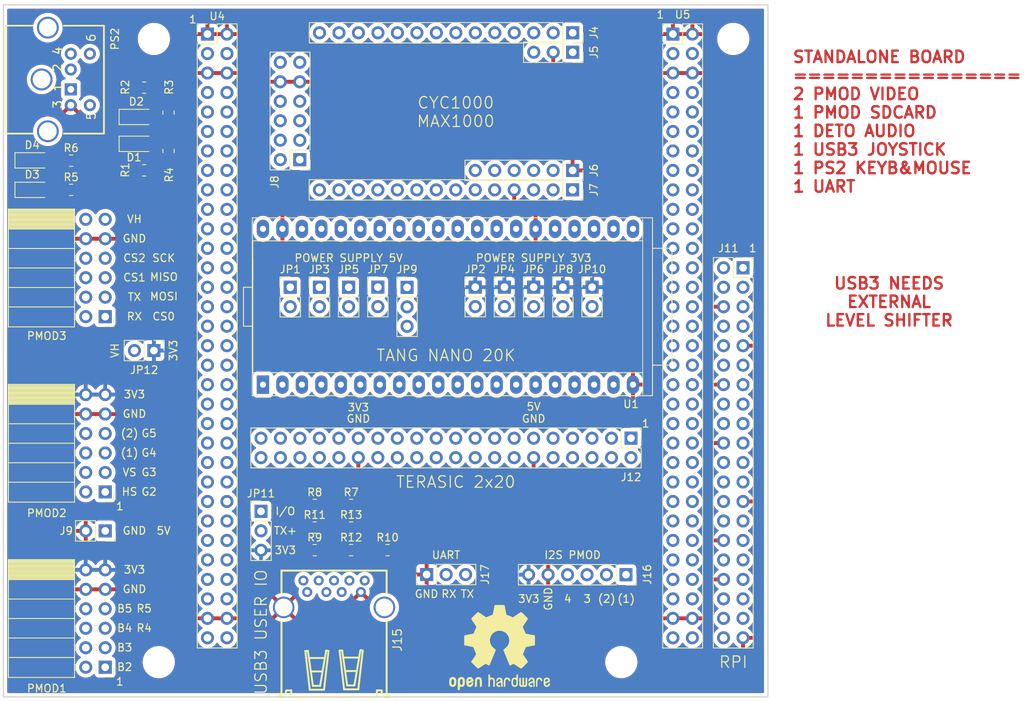
<source format=kicad_pcb>
(kicad_pcb (version 20211014) (generator pcbnew)
  (layers (0 "F.Cu" signal) (31 "B.Cu" signal) (34 "B.Paste" user) (35 "F.Paste" user) (36 "B.SilkS" user "B.Silkscreen") (37 "F.SilkS" user "F.Silkscreen") (38 "B.Mask" user) (39 "F.Mask" user) (44 "Edge.Cuts" user))
  (net 0 "")
  (net 1 "GND")
  (net 2 "+3V3")
  (net 3 "+5V")
  (net 4 "/DETO5")
  (net 5 "/DETO6")
  (net 6 "/USER_IO2")
  (net 7 "/TCK")
  (net 8 "/TDO")
  (net 10 "/FPGA_Tx")
  (net 11 "/TDI")
  (net 12 "/TMS")
  (net 13 "/5VcycOUT")
  (net 14 "Net-(J14-Pad2)")
  (net 15 "Net-(J14-Pad6)")
  (net 16 "/5VcycIN")
  (net 17 "/3V3cy")
  (net 18 "/USER_IO4")
  (net 19 "/USER_IO1")
  (net 21 "/USER_IO0")
  (net 22 "/3V3pi")
  (net 23 "/5Vpi")
  (net 27 "/5Vmi")
  (net 28 "/3V3mi")
  (net 29 "/5Vpo")
  (net 30 "/3V3po")
  (net 31 "/5Vta")
  (net 32 "/3V3ta")
  (net 40 "/VH_PMOD")
  (net 41 "Net-(J14-Pad5)")
  (net 42 "Net-(J14-Pad1)")
  (net 43 "/DETO1")
  (net 44 "/DETO2")
  (net 49 "/DETO4")
  (net 50 "/TX+")
  (net 51 "/TX-")
  (net 52 "/DRAIN")
  (net 53 "/RX+")
  (net 54 "/RX-")
  (net 55 "/D+")
  (net 56 "/D-")
  (net 57 "/TX+b")
  (net 78 "/RGB_R2")
  (net 79 "/RGB_R3")
  (net 80 "/RGB_R4")
  (net 81 "/RGB_R5")
  (net 82 "/RGB_B2")
  (net 83 "/RGB_B3")
  (net 84 "/RGB_B4")
  (net 85 "/RGB_B5")
  (net 86 "/RGB_G2")
  (net 87 "/RGB_G3")
  (net 88 "/RGB_G4")
  (net 89 "/RGB_G5")
  (net 90 "/HSYNC")
  (net 91 "/VSYNC")
  (net 92 "/DETO3")
  (net 93 "/SCK")
  (net 94 "/MOSI")
  (net 95 "/MISO")
  (net 96 "/LED_Y")
  (net 110 "/SS2_FPGA")
  (net 123 "/I2S_DIN")
  (net 124 "/I2S_BCK")
  (net 125 "/AUDIO_IN")
  (net 126 "/I2S_LRCK")
  (footprint "footprints:DINC_MIN_TM_6_1PRIMARY" (layer "F.Cu") (at 41.6147 47.829331 90)
    (fp_text reference "J14" hide)
    (fp_text value "DINC_MIN_TM_6_1" hide)
    (fp_text user "1" (at -1.648028 7.445171 90) (layer "F.SilkS") (effects (font (size 1.1176 1.1176) (thickness 0.1524)) (justify left bottom)))
    (fp_text user "5" (at -5.394528 11.827078 90) (layer "F.SilkS") (effects (font (size 1.1176 1.1176) (thickness 0.1524)) (justify left bottom)))
    (fp_text user "3" (at -3.870528 7.445171 90) (layer "F.SilkS") (effects (font (size 1.1176 1.1176) (thickness 0.1524)) (justify left bottom)))
    (fp_text user "6" (at 4.800168 11.824537 90) (layer "F.SilkS") (effects (font (size 1.1176 1.1176) (thickness 0.1524)) (justify left bottom)))
    (fp_text user "4" (at 3.114471 7.445171 90) (layer "F.SilkS") (effects (font (size 1.1176 1.1176) (thickness 0.1524)) (justify left bottom)))
    (fp_text user "1" (at -1.648028 7.445171 90) (layer "F.SilkS") (effects (font (size 1.1176 1.1176) (thickness 0.1524)) (justify left bottom)))
    (fp_text user "2" (at 0.891971 7.445171 90) (layer "F.SilkS") (effects (font (size 1.1176 1.1176) (thickness 0.1524)) (justify left bottom)))
    (fp_text user "3" (at -3.870528 7.445171 90) (layer "F.SilkS") (effects (font (size 1.1176 1.1176) (thickness 0.1524)) (justify left bottom)))
    (fp_text user "2" (at 0.891971 7.445171 90) (layer "F.SilkS") (effects (font (size 1.1176 1.1176) (thickness 0.1524)) (justify left bottom)))
    (fp_text user "4" (at 3.114471 7.445171 90) (layer "F.SilkS") (effects (font (size 1.1176 1.1176) (thickness 0.1524)) (justify left bottom)))
    (pad "1" thru_hole rect (at -1.2954 8.509 90) (size 1.5748 1.5748) (drill 0.889) (layers *.Cu *.Mask) (net 42 "Net-(J14-Pad1)"))
    (pad "2" thru_hole circle (at 1.2954 8.509 90) (size 1.5748 1.5748) (drill 0.889) (layers *.Cu *.Mask) (net 14 "Net-(J14-Pad2)"))
    (pad "3" thru_hole circle (at -3.3528 8.509 90) (size 1.5748 1.5748) (drill 0.889) (layers *.Cu *.Mask) (net 1 "GND"))
    (pad "4" thru_hole circle (at 3.3528 8.509 90) (size 1.5748 1.5748) (drill 0.889) (layers *.Cu *.Mask) (net 3 "+5V"))
    (pad "5" thru_hole circle (at -3.3528 10.9982 90) (size 1.5748 1.5748) (drill 0.889) (layers *.Cu *.Mask) (net 41 "Net-(J14-Pad5)"))
    (pad "6" thru_hole circle (at 3.3528 10.9982 90) (size 1.5748 1.5748) (drill 0.889) (layers *.Cu *.Mask) (net 15 "Net-(J14-Pad6)"))
    (pad "7" thru_hole circle (at -6.7564 5.5118 90) (size 2.8448 2.8448) (drill 2.3114) (layers *.Cu *.Mask))
    (pad "8" thru_hole circle (at 0 4.699 90) (size 2.8448 2.8448) (drill 2.3114) (layers *.Cu *.Mask))
    (pad "9" thru_hole circle (at 6.7564 5.5118 90) (size 2.8448 2.8448) (drill 2.3114) (layers *.Cu *.Mask))
  )
  (footprint "footprints:USB-3.0-TH_C69073" (layer "F.Cu") (at 84.455 114.935)
    (fp_text reference "J15" (at 8.255 7.62 90) (layer "F.SilkS") (effects (font (size 1.143 1.143) (thickness 0.152)) (justify left)))
    (fp_text value "USB3_A" hide)
    (pad "1" thru_hole circle (at -3.5 -0.25) (size 1.3 1.3) (drill 0.7) (layers *.Cu *.Paste *.Mask) (net 3 "+5V"))
    (pad "2" thru_hole circle (at -1 -0.25) (size 1.3 1.3) (drill 0.7) (layers *.Cu *.Paste *.Mask) (net 56 "/D-"))
    (pad "3" thru_hole circle (at 1 -0.25) (size 1.3 1.3) (drill 0.7) (layers *.Cu *.Paste *.Mask) (net 55 "/D+"))
    (pad "4" thru_hole circle (at 3.5 -0.25) (size 1.3 1.3) (drill 0.7) (layers *.Cu *.Paste *.Mask) (net 1 "GND"))
    (pad "5" thru_hole circle (at 4 -1.75) (size 1.3 1.3) (drill 0.7) (layers *.Cu *.Paste *.Mask) (net 54 "/RX-"))
    (pad "6" thru_hole circle (at 2 -1.75) (size 1.3 1.3) (drill 0.7) (layers *.Cu *.Paste *.Mask) (net 53 "/RX+"))
    (pad "7" thru_hole circle (at 0 -1.75) (size 1.3 1.3) (drill 0.7) (layers *.Cu *.Paste *.Mask) (net 52 "/DRAIN"))
    (pad "8" thru_hole circle (at -2 -1.75) (size 1.3 1.3) (drill 0.7) (layers *.Cu *.Paste *.Mask) (net 51 "/TX-"))
    (pad "9" thru_hole circle (at -4 -1.75) (size 1.3 1.3) (drill 0.7) (layers *.Cu *.Paste *.Mask) (net 50 "/TX+"))
    (pad "10" thru_hole circle (at -6.57 1.75) (size 2.8 2.8) (drill 2.3) (layers *.Cu *.Paste *.Mask) (net 1 "GND"))
    (pad "11" thru_hole circle (at 6.57 1.75) (size 2.8 2.8) (drill 2.3) (layers *.Cu *.Paste *.Mask))
  )
  (footprint "Resistor_SMD:R_0805_2012Metric_Pad1.20x1.40mm_HandSolder" (layer "F.Cu") (at 81.94 106.27)
    (fp_text reference "R11" (at 0 -1.65) (layer "F.SilkS"))
    (fp_text value "510")
    (pad "1" smd roundrect (at -1 0) (size 1.2 1.4) (layers "F.Cu" "F.Paste" "F.Mask") (roundrect_rratio 0.208333) (net 18 "/USER_IO4"))
    (pad "2" smd roundrect (at 1 0) (size 1.2 1.4) (layers "F.Cu" "F.Paste" "F.Mask") (roundrect_rratio 0.208333) (net 53 "/RX+"))
  )
  (footprint "Resistor_SMD:R_0805_2012Metric_Pad1.20x1.40mm_HandSolder" (layer "F.Cu") (at 91.44 109.22)
    (fp_text reference "R10" (at 0 -1.65) (layer "F.SilkS"))
    (fp_text value "510")
    (pad "1" smd roundrect (at -1 0) (size 1.2 1.4) (layers "F.Cu" "F.Paste" "F.Mask") (roundrect_rratio 0.208333) (net 4 "/DETO5"))
    (pad "2" smd roundrect (at 1 0) (size 1.2 1.4) (layers "F.Cu" "F.Paste" "F.Mask") (roundrect_rratio 0.208333) (net 54 "/RX-"))
  )
  (footprint "Connector_PinSocket_2.54mm:PinSocket_1x02_P2.54mm_Vertical" (layer "F.Cu") (at 54.61 106.705 -90)
    (fp_text reference "J9" (at 0 5.08 180) (layer "F.SilkS"))
    (fp_text value "Conn_01x02" hide)
    (pad "1" thru_hole rect (at 0 0 270) (size 1.7 1.7) (drill 1) (layers *.Cu *.Mask) (net 3 "+5V"))
    (pad "2" thru_hole oval (at 0 2.54 270) (size 1.7 1.7) (drill 1) (layers *.Cu *.Mask) (net 1 "GND"))
  )
  (footprint "Connector_PinHeader_2.54mm:PinHeader_1x03_P2.54mm_Vertical" (layer "F.Cu") (at 74.93 104.155)
    (fp_text reference "JP11" (at 0 -2.33) (layer "F.SilkS"))
    (fp_text value "Conn_01x03" hide)
    (pad "1" thru_hole rect (at 0 0) (size 1.7 1.7) (drill 1) (layers *.Cu *.Mask) (net 57 "/TX+b"))
    (pad "2" thru_hole oval (at 0 2.54) (size 1.7 1.7) (drill 1) (layers *.Cu *.Mask) (net 50 "/TX+"))
    (pad "3" thru_hole oval (at 0 5.08) (size 1.7 1.7) (drill 1) (layers *.Cu *.Mask) (net 2 "+3V3"))
  )
  (footprint "Connector_PinHeader_2.54mm:PinHeader_1x02_P2.54mm_Vertical" (layer "F.Cu") (at 86.36 74.93)
    (fp_text reference "JP5" (at 0 -2.33) (layer "F.SilkS"))
    (fp_text value "Conn_01x02" hide)
    (pad "1" thru_hole rect (at 0 0) (size 1.7 1.7) (drill 1) (layers *.Cu *.Mask) (net 3 "+5V"))
    (pad "2" thru_hole oval (at 0 2.54) (size 1.7 1.7) (drill 1) (layers *.Cu *.Mask) (net 27 "/5Vmi"))
  )
  (footprint "Diode_SMD:D_SOD-123" (layer "F.Cu") (at 58.674 56.226)
    (fp_text reference "D1" (at -0.306 1.763331) (layer "F.SilkS"))
    (fp_text value "BZT52C3V9" hide)
    (pad "1" smd rect (at -1.65 0) (size 0.9 1.2) (layers "F.Cu" "F.Paste" "F.Mask") (net 4 "/DETO5"))
    (pad "2" smd rect (at 1.65 0) (size 0.9 1.2) (layers "F.Cu" "F.Paste" "F.Mask") (net 1 "GND"))
  )
  (footprint "Connector_PinSocket_2.54mm:PinSocket_1x06_P2.54mm_Vertical" (layer "F.Cu") (at 122.53 112.42 -90)
    (fp_text reference "J16" (at -0.025 -2.77 90) (layer "F.SilkS"))
    (fp_text value "Conn_01x06" hide)
    (pad "1" thru_hole rect (at 0 0 270) (size 1.7 1.7) (drill 1) (layers *.Cu *.Mask) (net 125 "/AUDIO_IN"))
    (pad "2" thru_hole oval (at 0 2.54 270) (size 1.7 1.7) (drill 1) (layers *.Cu *.Mask) (net 124 "/I2S_BCK"))
    (pad "3" thru_hole oval (at 0 5.08 270) (size 1.7 1.7) (drill 1) (layers *.Cu *.Mask) (net 123 "/I2S_DIN"))
    (pad "4" thru_hole oval (at 0 7.62 270) (size 1.7 1.7) (drill 1) (layers *.Cu *.Mask) (net 126 "/I2S_LRCK"))
    (pad "5" thru_hole oval (at 0 10.16 270) (size 1.7 1.7) (drill 1) (layers *.Cu *.Mask) (net 1 "GND"))
    (pad "6" thru_hole oval (at 0 12.7 270) (size 1.7 1.7) (drill 1) (layers *.Cu *.Mask) (net 2 "+3V3"))
  )
  (footprint "Resistor_SMD:R_0805_2012Metric_Pad1.20x1.40mm_HandSolder" (layer "F.Cu") (at 59.69 48.895)
    (fp_text reference "R2" (at -2.465 -0.049669 90) (layer "F.SilkS"))
    (fp_text value "510")
    (pad "1" smd roundrect (at -1 0) (size 1.2 1.4) (layers "F.Cu" "F.Paste" "F.Mask") (roundrect_rratio 0.208333) (net 5 "/DETO6"))
    (pad "2" smd roundrect (at 1 0) (size 1.2 1.4) (layers "F.Cu" "F.Paste" "F.Mask") (roundrect_rratio 0.208333) (net 42 "Net-(J14-Pad1)"))
  )
  (footprint "Connector_PinHeader_2.54mm:PinHeader_1x03_P2.54mm_Vertical" (layer "F.Cu") (at 93.98 74.945)
    (fp_text reference "JP9" (at 0 -2.33) (layer "F.SilkS"))
    (fp_text value "Conn_01x03" hide)
    (pad "1" thru_hole rect (at 0 0) (size 1.7 1.7) (drill 1) (layers *.Cu *.Mask) (net 16 "/5VcycIN"))
    (pad "2" thru_hole oval (at 0 2.54) (size 1.7 1.7) (drill 1) (layers *.Cu *.Mask) (net 3 "+5V"))
    (pad "3" thru_hole oval (at 0 5.08) (size 1.7 1.7) (drill 1) (layers *.Cu *.Mask) (net 13 "/5VcycOUT"))
  )
  (footprint "footprints:Pmod_2x06_P2.54mm_Vertical_2" (layer "F.Cu") (at 79.9846 58.2917 180)
    (fp_text reference "J8" (at 3.2766 -2.9223 90) (layer "F.SilkS"))
    (fp_text value "Conn_02x06_Counter_Clockwise" hide)
    (pad "1" thru_hole rect (at 0 0 180) (size 1.7 1.7) (drill 1) (layers *.Cu *.Mask) (net 19 "/USER_IO1"))
    (pad "2" thru_hole oval (at 0 2.54 180) (size 1.7 1.7) (drill 1) (layers *.Cu *.Mask) (net 110 "/SS2_FPGA"))
    (pad "3" thru_hole oval (at 0 5.08 180) (size 1.7 1.7) (drill 1) (layers *.Cu *.Mask) (net 94 "/MOSI"))
    (pad "4" thru_hole oval (at 0 7.62 180) (size 1.7 1.7) (drill 1) (layers *.Cu *.Mask) (net 21 "/USER_IO0"))
    (pad "5" thru_hole oval (at 0 10.16 180) (size 1.7 1.7) (drill 1) (layers *.Cu *.Mask) (net 1 "GND"))
    (pad "6" thru_hole oval (at 0 12.7 180) (size 1.7 1.7) (drill 1) (layers *.Cu *.Mask) (net 17 "/3V3cy"))
    (pad "7" thru_hole oval (at 2.54 0 180) (size 1.7 1.7) (drill 1) (layers *.Cu *.Mask) (net 43 "/DETO1"))
    (pad "8" thru_hole oval (at 2.54 2.54 180) (size 1.7 1.7) (drill 1) (layers *.Cu *.Mask) (net 44 "/DETO2"))
    (pad "9" thru_hole oval (at 2.54 5.08 180) (size 1.7 1.7) (drill 1) (layers *.Cu *.Mask) (net 92 "/DETO3"))
    (pad "10" thru_hole oval (at 2.54 7.62 180) (size 1.7 1.7) (drill 1) (layers *.Cu *.Mask) (net 49 "/DETO4"))
    (pad "11" thru_hole oval (at 2.54 10.16 180) (size 1.7 1.7) (drill 1) (layers *.Cu *.Mask) (net 1 "GND"))
    (pad "12" thru_hole oval (at 2.54 12.7 180) (size 1.7 1.7) (drill 1) (layers *.Cu *.Mask) (net 17 "/3V3cy"))
  )
  (footprint "Connector_PinSocket_2.54mm:PinSocket_1x03_P2.54mm_Vertical" (layer "F.Cu") (at 115.5801 44.2797 -90)
    (fp_text reference "J5" (at 0 -2.77 -90) (layer "F.SilkS"))
    (fp_text value "Conn_01x03" hide)
    (pad "1" thru_hole rect (at 0 0 270) (size 1.7 1.7) (drill 1) (layers *.Cu *.Mask) (net 87 "/RGB_G3"))
    (pad "2" thru_hole oval (at 0 2.54 270) (size 1.7 1.7) (drill 1) (layers *.Cu *.Mask) (net 1 "GND"))
    (pad "3" thru_hole oval (at 0 5.08 270) (size 1.7 1.7) (drill 1) (layers *.Cu *.Mask) (net 6 "/USER_IO2"))
  )
  (footprint "Connector_PinHeader_2.54mm:PinHeader_1x02_P2.54mm_Vertical" (layer "F.Cu") (at 102.87 74.915)
    (fp_text reference "JP2" (at 0 -2.33) (layer "F.SilkS"))
    (fp_text value "Conn_01x02" hide)
    (pad "1" thru_hole rect (at 0 0) (size 1.7 1.7) (drill 1) (layers *.Cu *.Mask) (net 2 "+3V3"))
    (pad "2" thru_hole oval (at 0 2.54) (size 1.7 1.7) (drill 1) (layers *.Cu *.Mask) (net 30 "/3V3po"))
  )
  (footprint "Connector_PinHeader_2.54mm:PinHeader_1x02_P2.54mm_Vertical" (layer "F.Cu") (at 90.17 74.915)
    (fp_text reference "JP7" (at 0 -2.33) (layer "F.SilkS"))
    (fp_text value "Conn_01x02" hide)
    (pad "1" thru_hole rect (at 0 0) (size 1.7 1.7) (drill 1) (layers *.Cu *.Mask) (net 3 "+5V"))
    (pad "2" thru_hole oval (at 0 2.54) (size 1.7 1.7) (drill 1) (layers *.Cu *.Mask) (net 31 "/5Vta"))
  )
  (footprint "footprints:PMOD_Female_Horizontal_2" (layer "F.Cu") (at 54.61 66.065)
    (fp_text reference "J13" hide)
    (fp_text value "PMOD3" hide)
    (pad "1" thru_hole rect (at 0 12.7) (size 1.7 1.7) (drill 1) (layers *.Cu *.Mask) (net 110 "/SS2_FPGA"))
    (pad "2" thru_hole oval (at 0 10.16) (size 1.7 1.7) (drill 1) (layers *.Cu *.Mask) (net 94 "/MOSI"))
    (pad "3" thru_hole oval (at 0 7.62) (size 1.7 1.7) (drill 1) (layers *.Cu *.Mask) (net 95 "/MISO"))
    (pad "4" thru_hole oval (at 0 5.08) (size 1.7 1.7) (drill 1) (layers *.Cu *.Mask) (net 93 "/SCK"))
    (pad "5" thru_hole oval (at 0 2.54) (size 1.7 1.7) (drill 1) (layers *.Cu *.Mask) (net 1 "GND"))
    (pad "6" thru_hole oval (at 0 0) (size 1.7 1.7) (drill 1) (layers *.Cu *.Mask) (net 40 "/VH_PMOD"))
    (pad "7" thru_hole oval (at -2.54 12.7) (size 1.7 1.7) (drill 1) (layers *.Cu *.Mask) (net 43 "/DETO1"))
    (pad "8" thru_hole oval (at -2.54 10.16) (size 1.7 1.7) (drill 1) (layers *.Cu *.Mask) (net 44 "/DETO2"))
    (pad "9" thru_hole oval (at -2.54 7.62) (size 1.7 1.7) (drill 1) (layers *.Cu *.Mask) (net 92 "/DETO3"))
    (pad "10" thru_hole oval (at -2.54 5.08) (size 1.7 1.7) (drill 1) (layers *.Cu *.Mask) (net 49 "/DETO4"))
    (pad "11" thru_hole oval (at -2.54 2.54) (size 1.7 1.7) (drill 1) (layers *.Cu *.Mask) (net 1 "GND"))
    (pad "12" thru_hole oval (at -2.54 0) (size 1.7 1.7) (drill 1) (layers *.Cu *.Mask) (net 40 "/VH_PMOD"))
  )
  (footprint "Connector_PinHeader_2.54mm:PinHeader_1x02_P2.54mm_Vertical" (layer "F.Cu") (at 110.49 74.915)
    (fp_text reference "JP6" (at 0 -2.33) (layer "F.SilkS"))
    (fp_text value "Conn_01x02" hide)
    (pad "1" thru_hole rect (at 0 0) (size 1.7 1.7) (drill 1) (layers *.Cu *.Mask) (net 2 "+3V3"))
    (pad "2" thru_hole oval (at 0 2.54) (size 1.7 1.7) (drill 1) (layers *.Cu *.Mask) (net 28 "/3V3mi"))
  )
  (footprint "MountingHole:MountingHole_3.2mm_M3" (layer "F.Cu") (at 136.525 42.545)
    (fp_text reference "H4" hide)
    (fp_text value "MountingHole" hide)
    (pad "" np_thru_hole circle (at 0 0) (size 3.2 3.2) (drill 3.2) (layers *.Cu *.Mask))
  )
  (footprint "Resistor_SMD:R_0805_2012Metric_Pad1.20x1.40mm_HandSolder" (layer "F.Cu") (at 59.69 59.69)
    (fp_text reference "R1" (at -2.465 -0.049669 90) (layer "F.SilkS"))
    (fp_text value "510")
    (pad "1" smd roundrect (at -1 0) (size 1.2 1.4) (layers "F.Cu" "F.Paste" "F.Mask") (roundrect_rratio 0.208333) (net 4 "/DETO5"))
    (pad "2" smd roundrect (at 1 0) (size 1.2 1.4) (layers "F.Cu" "F.Paste" "F.Mask") (roundrect_rratio 0.208333) (net 41 "Net-(J14-Pad5)"))
  )
  (footprint "Connector_PinHeader_2.54mm:PinHeader_1x02_P2.54mm_Vertical" (layer "F.Cu") (at 106.68 74.915)
    (fp_text reference "JP4" (at 0 -2.33) (layer "F.SilkS"))
    (fp_text value "Conn_01x02" hide)
    (pad "1" thru_hole rect (at 0 0) (size 1.7 1.7) (drill 1) (layers *.Cu *.Mask) (net 2 "+3V3"))
    (pad "2" thru_hole oval (at 0 2.54) (size 1.7 1.7) (drill 1) (layers *.Cu *.Mask) (net 22 "/3V3pi"))
  )
  (footprint "Connector_PinHeader_2.54mm:PinHeader_1x02_P2.54mm_Vertical" (layer "F.Cu") (at 118.11 74.915)
    (fp_text reference "JP10" (at 0 -2.33) (layer "F.SilkS"))
    (fp_text value "Conn_01x02" hide)
    (pad "1" thru_hole rect (at 0 0) (size 1.7 1.7) (drill 1) (layers *.Cu *.Mask) (net 2 "+3V3"))
    (pad "2" thru_hole oval (at 0 2.54) (size 1.7 1.7) (drill 1) (layers *.Cu *.Mask) (net 17 "/3V3cy"))
  )
  (footprint "Connector_PinHeader_2.54mm:PinHeader_1x02_P2.54mm_Vertical" (layer "F.Cu") (at 114.3 74.915)
    (fp_text reference "JP8" (at 0 -2.33) (layer "F.SilkS"))
    (fp_text value "Conn_01x02" hide)
    (pad "1" thru_hole rect (at 0 0) (size 1.7 1.7) (drill 1) (layers *.Cu *.Mask) (net 2 "+3V3"))
    (pad "2" thru_hole oval (at 0 2.54) (size 1.7 1.7) (drill 1) (layers *.Cu *.Mask) (net 32 "/3V3ta"))
  )
  (footprint "Connector_PinHeader_2.54mm:PinHeader_1x02_P2.54mm_Vertical" (layer "F.Cu") (at 60.96 83.185 -90)
    (fp_text reference "JP12" (at 2.54 1.27) (layer "F.SilkS"))
    (fp_text value "Conn_01x02" hide)
    (pad "1" thru_hole rect (at 0 0 270) (size 1.7 1.7) (drill 1) (layers *.Cu *.Mask) (net 2 "+3V3"))
    (pad "2" thru_hole oval (at 0 2.54 270) (size 1.7 1.7) (drill 1) (layers *.Cu *.Mask) (net 40 "/VH_PMOD"))
  )
  (footprint "Connector_PinHeader_2.54mm:PinHeader_2x32_P2.54mm_Vertical" (layer "F.Cu") (at 128.65 41.91)
    (fp_text reference "U5" (at 1.27 -2.54) (layer "F.SilkS"))
    (fp_text value "Conn_02x32_Odd_Even" hide)
    (pad "1" thru_hole rect locked (at 0 0) (size 1.7 1.7) (drill 1) (layers *.Cu *.Mask) (net 1 "GND"))
    (pad "2" thru_hole oval locked (at 2.54 0) (size 1.7 1.7) (drill 1) (layers *.Cu *.Mask) (net 1 "GND"))
    (pad "3" thru_hole oval locked (at 0 2.54) (size 1.7 1.7) (drill 1) (layers *.Cu *.Mask) (net 30 "/3V3po"))
    (pad "4" thru_hole oval locked (at 2.54 2.54) (size 1.7 1.7) (drill 1) (layers *.Cu *.Mask) (net 30 "/3V3po"))
    (pad "5" thru_hole oval locked (at 0 5.08) (size 1.7 1.7) (drill 1) (layers *.Cu *.Mask) (net 1 "GND"))
    (pad "6" thru_hole oval locked (at 2.54 5.08) (size 1.7 1.7) (drill 1) (layers *.Cu *.Mask) (net 1 "GND"))
    (pad "7" thru_hole oval locked (at 0 7.62) (size 1.7 1.7) (drill 1) (layers *.Cu *.Mask) (net 83 "/RGB_B3"))
    (pad "8" thru_hole oval locked (at 2.54 7.62) (size 1.7 1.7) (drill 1) (layers *.Cu *.Mask) (net 84 "/RGB_B4"))
    (pad "9" thru_hole oval locked (at 0 10.16) (size 1.7 1.7) (drill 1) (layers *.Cu *.Mask) (net 87 "/RGB_G3"))
    (pad "10" thru_hole oval locked (at 2.54 10.16) (size 1.7 1.7) (drill 1) (layers *.Cu *.Mask) (net 88 "/RGB_G4"))
    (pad "11" thru_hole oval locked (at 0 12.7) (size 1.7 1.7) (drill 1) (layers *.Cu *.Mask) (net 79 "/RGB_R3"))
    (pad "12" thru_hole oval locked (at 2.54 12.7) (size 1.7 1.7) (drill 1) (layers *.Cu *.Mask) (net 80 "/RGB_R4"))
    (pad "13" thru_hole oval locked (at 0 15.24) (size 1.7 1.7) (drill 1) (layers *.Cu *.Mask) (net 82 "/RGB_B2"))
    (pad "14" thru_hole oval locked (at 2.54 15.24) (size 1.7 1.7) (drill 1) (layers *.Cu *.Mask) (net 85 "/RGB_B5"))
    (pad "15" thru_hole oval locked (at 0 17.78) (size 1.7 1.7) (drill 1) (layers *.Cu *.Mask) (net 86 "/RGB_G2"))
    (pad "16" thru_hole oval locked (at 2.54 17.78) (size 1.7 1.7) (drill 1) (layers *.Cu *.Mask) (net 89 "/RGB_G5"))
    (pad "17" thru_hole oval locked (at 0 20.32) (size 1.7 1.7) (drill 1) (layers *.Cu *.Mask) (net 78 "/RGB_R2"))
    (pad "18" thru_hole oval locked (at 2.54 20.32) (size 1.7 1.7) (drill 1) (layers *.Cu *.Mask) (net 81 "/RGB_R5"))
    (pad "19" thru_hole oval locked (at 0 22.86) (size 1.7 1.7) (drill 1) (layers *.Cu *.Mask))
    (pad "20" thru_hole oval locked (at 2.54 22.86) (size 1.7 1.7) (drill 1) (layers *.Cu *.Mask))
    (pad "21" thru_hole oval locked (at 0 25.4) (size 1.7 1.7) (drill 1) (layers *.Cu *.Mask))
    (pad "22" thru_hole oval locked (at 2.54 25.4) (size 1.7 1.7) (drill 1) (layers *.Cu *.Mask))
    (pad "23" thru_hole oval locked (at 0 27.94) (size 1.7 1.7) (drill 1) (layers *.Cu *.Mask))
    (pad "24" thru_hole oval locked (at 2.54 27.94) (size 1.7 1.7) (drill 1) (layers *.Cu *.Mask))
    (pad "25" thru_hole oval locked (at 0 30.48) (size 1.7 1.7) (drill 1) (layers *.Cu *.Mask) (net 91 "/VSYNC"))
    (pad "26" thru_hole oval locked (at 2.54 30.48) (size 1.7 1.7) (drill 1) (layers *.Cu *.Mask) (net 90 "/HSYNC"))
    (pad "27" thru_hole oval locked (at 0 33.02) (size 1.7 1.7) (drill 1) (layers *.Cu *.Mask) (net 123 "/I2S_DIN"))
    (pad "28" thru_hole oval locked (at 2.54 33.02) (size 1.7 1.7) (drill 1) (layers *.Cu *.Mask) (net 124 "/I2S_BCK"))
    (pad "29" thru_hole oval locked (at 0 35.56) (size 1.7 1.7) (drill 1) (layers *.Cu *.Mask) (net 125 "/AUDIO_IN"))
    (pad "30" thru_hole oval locked (at 2.54 35.56) (size 1.7 1.7) (drill 1) (layers *.Cu *.Mask) (net 126 "/I2S_LRCK"))
    (pad "31" thru_hole oval locked (at 0 38.1) (size 1.7 1.7) (drill 1) (layers *.Cu *.Mask))
    (pad "32" thru_hole oval locked (at 2.54 38.1) (size 1.7 1.7) (drill 1) (layers *.Cu *.Mask))
    (pad "33" thru_hole oval locked (at 0 40.64) (size 1.7 1.7) (drill 1) (layers *.Cu *.Mask))
    (pad "34" thru_hole oval locked (at 2.54 40.64) (size 1.7 1.7) (drill 1) (layers *.Cu *.Mask))
    (pad "35" thru_hole oval locked (at 0 43.18) (size 1.7 1.7) (drill 1) (layers *.Cu *.Mask))
    (pad "36" thru_hole oval locked (at 2.54 43.18) (size 1.7 1.7) (drill 1) (layers *.Cu *.Mask))
    (pad "37" thru_hole oval locked (at 0 45.72) (size 1.7 1.7) (drill 1) (layers *.Cu *.Mask))
    (pad "38" thru_hole oval locked (at 2.54 45.72) (size 1.7 1.7) (drill 1) (layers *.Cu *.Mask))
    (pad "39" thru_hole oval locked (at 0 48.26) (size 1.7 1.7) (drill 1) (layers *.Cu *.Mask))
    (pad "40" thru_hole oval locked (at 2.54 48.26) (size 1.7 1.7) (drill 1) (layers *.Cu *.Mask))
    (pad "41" thru_hole oval locked (at 0 50.8) (size 1.7 1.7) (drill 1) (layers *.Cu *.Mask))
    (pad "42" thru_hole oval locked (at 2.54 50.8) (size 1.7 1.7) (drill 1) (layers *.Cu *.Mask))
    (pad "43" thru_hole oval locked (at 0 53.34) (size 1.7 1.7) (drill 1) (layers *.Cu *.Mask))
    (pad "44" thru_hole oval locked (at 2.54 53.34) (size 1.7 1.7) (drill 1) (layers *.Cu *.Mask))
    (pad "45" thru_hole oval locked (at 0 55.88) (size 1.7 1.7) (drill 1) (layers *.Cu *.Mask))
    (pad "46" thru_hole oval locked (at 2.54 55.88) (size 1.7 1.7) (drill 1) (layers *.Cu *.Mask))
    (pad "47" thru_hole oval locked (at 0 58.42) (size 1.7 1.7) (drill 1) (layers *.Cu *.Mask))
    (pad "48" thru_hole oval locked (at 2.54 58.42) (size 1.7 1.7) (drill 1) (layers *.Cu *.Mask))
    (pad "49" thru_hole oval locked (at 0 60.96) (size 1.7 1.7) (drill 1) (layers *.Cu *.Mask))
    (pad "50" thru_hole oval locked (at 2.54 60.96) (size 1.7 1.7) (drill 1) (layers *.Cu *.Mask))
    (pad "51" thru_hole oval locked (at 0 63.5) (size 1.7 1.7) (drill 1) (layers *.Cu *.Mask))
    (pad "52" thru_hole oval locked (at 2.54 63.5) (size 1.7 1.7) (drill 1) (layers *.Cu *.Mask))
    (pad "53" thru_hole oval locked (at 0 66.04) (size 1.7 1.7) (drill 1) (layers *.Cu *.Mask))
    (pad "54" thru_hole oval locked (at 2.54 66.04) (size 1.7 1.7) (drill 1) (layers *.Cu *.Mask) (net 12 "/TMS"))
    (pad "55" thru_hole oval locked (at 0 68.58) (size 1.7 1.7) (drill 1) (layers *.Cu *.Mask))
    (pad "56" thru_hole oval locked (at 2.54 68.58) (size 1.7 1.7) (drill 1) (layers *.Cu *.Mask) (net 11 "/TDI"))
    (pad "57" thru_hole oval locked (at 0 71.12) (size 1.7 1.7) (drill 1) (layers *.Cu *.Mask))
    (pad "58" thru_hole oval locked (at 2.54 71.12) (size 1.7 1.7) (drill 1) (layers *.Cu *.Mask) (net 8 "/TDO"))
    (pad "59" thru_hole oval locked (at 0 73.66) (size 1.7 1.7) (drill 1) (layers *.Cu *.Mask))
    (pad "60" thru_hole oval locked (at 2.54 73.66) (size 1.7 1.7) (drill 1) (layers *.Cu *.Mask) (net 7 "/TCK"))
    (pad "61" thru_hole oval locked (at 0 76.2) (size 1.7 1.7) (drill 1) (layers *.Cu *.Mask) (net 1 "GND"))
    (pad "62" thru_hole oval locked (at 2.54 76.2) (size 1.7 1.7) (drill 1) (layers *.Cu *.Mask) (net 1 "GND"))
    (pad "63" thru_hole oval locked (at 0 78.74) (size 1.7 1.7) (drill 1) (layers *.Cu *.Mask) (net 29 "/5Vpo"))
    (pad "64" thru_hole oval locked (at 2.54 78.74) (size 1.7 1.7) (drill 1) (layers *.Cu *.Mask) (net 29 "/5Vpo"))
  )
  (footprint "Resistor_SMD:R_0805_2012Metric_Pad1.20x1.40mm_HandSolder" (layer "F.Cu") (at 81.94 103.32)
    (fp_text reference "R8" (at 0 -1.65) (layer "F.SilkS"))
    (fp_text value "510")
    (pad "1" smd roundrect (at -1 0) (size 1.2 1.4) (layers "F.Cu" "F.Paste" "F.Mask") (roundrect_rratio 0.208333) (net 19 "/USER_IO1"))
    (pad "2" smd roundrect (at 1 0) (size 1.2 1.4) (layers "F.Cu" "F.Paste" "F.Mask") (roundrect_rratio 0.208333) (net 56 "/D-"))
  )
  (footprint "Resistor_SMD:R_0805_2012Metric_Pad1.20x1.40mm_HandSolder" (layer "F.Cu") (at 50.165 58.42)
    (fp_text reference "R6" (at 0 -1.65) (layer "F.SilkS"))
    (fp_text value "510")
    (pad "1" smd roundrect (at -1 0) (size 1.2 1.4) (layers "F.Cu" "F.Paste" "F.Mask") (roundrect_rratio 0.208333) (net 49 "/DETO4"))
    (pad "2" smd roundrect (at 1 0) (size 1.2 1.4) (layers "F.Cu" "F.Paste" "F.Mask") (roundrect_rratio 0.208333) (net 14 "Net-(J14-Pad2)"))
  )
  (footprint "Resistor_SMD:R_0805_2012Metric_Pad1.20x1.40mm_HandSolder" (layer "F.Cu") (at 86.69 106.27)
    (fp_text reference "R13" (at 0 -1.65) (layer "F.SilkS"))
    (fp_text value "510")
    (pad "1" smd roundrect (at -1 0) (size 1.2 1.4) (layers "F.Cu" "F.Paste" "F.Mask") (roundrect_rratio 0.208333) (net 5 "/DETO6"))
    (pad "2" smd roundrect (at 1 0) (size 1.2 1.4) (layers "F.Cu" "F.Paste" "F.Mask") (roundrect_rratio 0.208333) (net 52 "/DRAIN"))
  )
  (footprint "Resistor_SMD:R_0805_2012Metric_Pad1.20x1.40mm_HandSolder" (layer "F.Cu") (at 62.865 57.15 90)
    (fp_text reference "R4" (at -3.125331 0.075 90) (layer "F.SilkS"))
    (fp_text value "DNI 4k7")
    (pad "1" smd roundrect (at -1 0 90) (size 1.2 1.4) (layers "F.Cu" "F.Paste" "F.Mask") (roundrect_rratio 0.208333) (net 41 "Net-(J14-Pad5)"))
    (pad "2" smd roundrect (at 1 0 90) (size 1.2 1.4) (layers "F.Cu" "F.Paste" "F.Mask") (roundrect_rratio 0.208333) (net 1 "GND"))
  )
  (footprint "Diode_SMD:D_SOD-123" (layer "F.Cu") (at 58.674 52.7208)
    (fp_text reference "D2" (at 0 -2) (layer "F.SilkS"))
    (fp_text value "BZT52C3V9" hide)
    (pad "1" smd rect (at -1.65 0) (size 0.9 1.2) (layers "F.Cu" "F.Paste" "F.Mask") (net 5 "/DETO6"))
    (pad "2" smd rect (at 1.65 0) (size 0.9 1.2) (layers "F.Cu" "F.Paste" "F.Mask") (net 1 "GND"))
  )
  (footprint "Resistor_SMD:R_0805_2012Metric_Pad1.20x1.40mm_HandSolder" (layer "F.Cu") (at 86.69 109.22)
    (fp_text reference "R12" (at 0 -1.65) (layer "F.SilkS"))
    (fp_text value "510")
    (pad "1" smd roundrect (at -1 0) (size 1.2 1.4) (layers "F.Cu" "F.Paste" "F.Mask") (roundrect_rratio 0.208333) (net 6 "/USER_IO2"))
    (pad "2" smd roundrect (at 1 0) (size 1.2 1.4) (layers "F.Cu" "F.Paste" "F.Mask") (roundrect_rratio 0.208333) (net 51 "/TX-"))
  )
  (footprint "Connector_PinHeader_2.54mm:PinHeader_1x02_P2.54mm_Vertical" (layer "F.Cu") (at 78.74 74.93)
    (fp_text reference "JP1" (at 0 -2.33) (layer "F.SilkS"))
    (fp_text value "Conn_01x02" hide)
    (pad "1" thru_hole rect (at 0 0) (size 1.7 1.7) (drill 1) (layers *.Cu *.Mask) (net 3 "+5V"))
    (pad "2" thru_hole oval (at 0 2.54) (size 1.7 1.7) (drill 1) (layers *.Cu *.Mask) (net 29 "/5Vpo"))
  )
  (footprint "Resistor_SMD:R_0805_2012Metric_Pad1.20x1.40mm_HandSolder" (layer "F.Cu") (at 86.69 103.32)
    (fp_text reference "R7" (at 0 -1.65) (layer "F.SilkS"))
    (fp_text value "510")
    (pad "1" smd roundrect (at -1 0) (size 1.2 1.4) (layers "F.Cu" "F.Paste" "F.Mask") (roundrect_rratio 0.208333) (net 44 "/DETO2"))
    (pad "2" smd roundrect (at 1 0) (size 1.2 1.4) (layers "F.Cu" "F.Paste" "F.Mask") (roundrect_rratio 0.208333) (net 57 "/TX+b"))
  )
  (footprint "Connector_PinHeader_2.54mm:PinHeader_1x03_P2.54mm_Vertical" (layer "F.Cu") (at 96.535 112.395 90)
    (fp_text reference "J17" (at 0 7.605 90) (layer "F.SilkS"))
    (fp_text value "Conn_01x03" hide)
    (pad "1" thru_hole rect (at 0 0 90) (size 1.7 1.7) (drill 1) (layers *.Cu *.Mask) (net 1 "GND"))
    (pad "2" thru_hole oval (at 0 2.54 90) (size 1.7 1.7) (drill 1) (layers *.Cu *.Mask) (net 43 "/DETO1"))
    (pad "3" thru_hole oval (at 0 5.08 90) (size 1.7 1.7) (drill 1) (layers *.Cu *.Mask) (net 10 "/FPGA_Tx"))
  )
  (footprint "Resistor_SMD:R_0805_2012Metric_Pad1.20x1.40mm_HandSolder" (layer "F.Cu") (at 62.865 52.147331 90)
    (fp_text reference "R3" (at 3.302 0.075 90) (layer "F.SilkS"))
    (fp_text value "DNI 4k7")
    (pad "1" smd roundrect (at -1 0 90) (size 1.2 1.4) (layers "F.Cu" "F.Paste" "F.Mask") (roundrect_rratio 0.208333) (net 42 "Net-(J14-Pad1)"))
    (pad "2" smd roundrect (at 1 0 90) (size 1.2 1.4) (layers "F.Cu" "F.Paste" "F.Mask") (roundrect_rratio 0.208333) (net 1 "GND"))
  )
  (footprint "footprints:PMOD_Female_Horizontal_2" (layer "F.Cu") (at 54.61 88.925)
    (fp_text reference "J10" hide)
    (fp_text value "PMOD2" (at -7.62 15.47 -180) (layer "F.SilkS"))
    (pad "1" thru_hole rect (at 0 12.7) (size 1.7 1.7) (drill 1) (layers *.Cu *.Mask) (net 86 "/RGB_G2"))
    (pad "2" thru_hole oval (at 0 10.16) (size 1.7 1.7) (drill 1) (layers *.Cu *.Mask) (net 87 "/RGB_G3"))
    (pad "3" thru_hole oval (at 0 7.62) (size 1.7 1.7) (drill 1) (layers *.Cu *.Mask) (net 88 "/RGB_G4"))
    (pad "4" thru_hole oval (at 0 5.08) (size 1.7 1.7) (drill 1) (layers *.Cu *.Mask) (net 89 "/RGB_G5"))
    (pad "5" thru_hole oval (at 0 2.54) (size 1.7 1.7) (drill 1) (layers *.Cu *.Mask) (net 1 "GND"))
    (pad "6" thru_hole oval (at 0 0) (size 1.7 1.7) (drill 1) (layers *.Cu *.Mask) (net 2 "+3V3"))
    (pad "7" thru_hole oval (at -2.54 12.7) (size 1.7 1.7) (drill 1) (layers *.Cu *.Mask) (net 90 "/HSYNC"))
    (pad "8" thru_hole oval (at -2.54 10.16) (size 1.7 1.7) (drill 1) (layers *.Cu *.Mask) (net 91 "/VSYNC"))
    (pad "9" thru_hole oval (at -2.54 7.62) (size 1.7 1.7) (drill 1) (layers *.Cu *.Mask) (net 4 "/DETO5"))
    (pad "10" thru_hole oval (at -2.54 5.08) (size 1.7 1.7) (drill 1) (layers *.Cu *.Mask) (net 5 "/DETO6"))
    (pad "11" thru_hole oval (at -2.54 2.54) (size 1.7 1.7) (drill 1) (layers *.Cu *.Mask) (net 1 "GND"))
    (pad "12" thru_hole oval (at -2.54 0) (size 1.7 1.7) (drill 1) (layers *.Cu *.Mask) (net 2 "+3V3"))
  )
  (footprint "Resistor_SMD:R_0805_2012Metric_Pad1.20x1.40mm_HandSolder" (layer "F.Cu") (at 81.94 109.22)
    (fp_text reference "R9" (at 0 -1.65) (layer "F.SilkS"))
    (fp_text value "510")
    (pad "1" smd roundrect (at -1 0) (size 1.2 1.4) (layers "F.Cu" "F.Paste" "F.Mask") (roundrect_rratio 0.208333) (net 21 "/USER_IO0"))
    (pad "2" smd roundrect (at 1 0) (size 1.2 1.4) (layers "F.Cu" "F.Paste" "F.Mask") (roundrect_rratio 0.208333) (net 55 "/D+"))
  )
  (footprint "Connector_PinSocket_2.54mm:PinSocket_1x14_P2.54mm_Vertical" (layer "F.Cu") (at 115.57 62.23 -90)
    (fp_text reference "J7" (at 0 -2.77 -90) (layer "F.SilkS"))
    (fp_text value "Conn_01x14" hide)
    (pad "1" thru_hole rect (at 0 0 270) (size 1.7 1.7) (drill 1) (layers *.Cu *.Mask) (net 13 "/5VcycOUT"))
    (pad "2" thru_hole oval (at 0 2.54 270) (size 1.7 1.7) (drill 1) (layers *.Cu *.Mask) (net 16 "/5VcycIN"))
    (pad "3" thru_hole oval (at 0 5.08 270) (size 1.7 1.7) (drill 1) (layers *.Cu *.Mask) (net 17 "/3V3cy"))
    (pad "4" thru_hole oval (at 0 7.62 270) (size 1.7 1.7) (drill 1) (layers *.Cu *.Mask) (net 1 "GND"))
    (pad "5" thru_hole oval (at 0 10.16 270) (size 1.7 1.7) (drill 1) (layers *.Cu *.Mask))
    (pad "6" thru_hole oval (at 0 12.7 270) (size 1.7 1.7) (drill 1) (layers *.Cu *.Mask) (net 10 "/FPGA_Tx"))
    (pad "7" thru_hole oval (at 0 15.24 270) (size 1.7 1.7) (drill 1) (layers *.Cu *.Mask) (net 84 "/RGB_B4"))
    (pad "8" thru_hole oval (at 0 17.78 270) (size 1.7 1.7) (drill 1) (layers *.Cu *.Mask) (net 18 "/USER_IO4"))
    (pad "9" thru_hole oval (at 0 20.32 270) (size 1.7 1.7) (drill 1) (layers *.Cu *.Mask) (net 126 "/I2S_LRCK"))
    (pad "10" thru_hole oval (at 0 22.86 270) (size 1.7 1.7) (drill 1) (layers *.Cu *.Mask) (net 81 "/RGB_R5"))
    (pad "11" thru_hole oval (at 0 25.4 270) (size 1.7 1.7) (drill 1) (layers *.Cu *.Mask) (net 85 "/RGB_B5"))
    (pad "12" thru_hole oval (at 0 27.94 270) (size 1.7 1.7) (drill 1) (layers *.Cu *.Mask) (net 80 "/RGB_R4"))
    (pad "13" thru_hole oval (at 0 30.48 270) (size 1.7 1.7) (drill 1) (layers *.Cu *.Mask) (net 83 "/RGB_B3"))
    (pad "14" thru_hole oval (at 0 33.02 270) (size 1.7 1.7) (drill 1) (layers *.Cu *.Mask) (net 79 "/RGB_R3"))
  )
  (footprint "Connector_PinHeader_2.54mm:PinHeader_2x20_P2.54mm_Vertical" (layer "F.Cu") (at 123.185 94.615 -90)
    (fp_text reference "J12" (at 5.085 -0.005 180) (layer "F.SilkS"))
    (fp_text value "Conn_02x20_Odd_Even" hide)
    (pad "1" thru_hole rect (at 0 0 270) (size 1.7 1.7) (drill 1) (layers *.Cu *.Mask) (net 4 "/DETO5"))
    (pad "2" thru_hole oval (at 2.54 0 270) (size 1.7 1.7) (drill 1) (layers *.Cu *.Mask) (net 5 "/DETO6"))
    (pad "3" thru_hole oval (at 0 2.54 270) (size 1.7 1.7) (drill 1) (layers *.Cu *.Mask) (net 92 "/DETO3"))
    (pad "4" thru_hole oval (at 2.54 2.54 270) (size 1.7 1.7) (drill 1) (layers *.Cu *.Mask) (net 49 "/DETO4"))
    (pad "5" thru_hole oval (at 0 5.08 270) (size 1.7 1.7) (drill 1) (layers *.Cu *.Mask) (net 43 "/DETO1"))
    (pad "6" thru_hole oval (at 2.54 5.08 270) (size 1.7 1.7) (drill 1) (layers *.Cu *.Mask) (net 10 "/FPGA_Tx"))
    (pad "7" thru_hole oval (at 0 7.62 270) (size 1.7 1.7) (drill 1) (layers *.Cu *.Mask) (net 44 "/DETO2"))
    (pad "8" thru_hole oval (at 2.54 7.62 270) (size 1.7 1.7) (drill 1) (layers *.Cu *.Mask) (net 6 "/USER_IO2"))
    (pad "9" thru_hole oval (at 0 10.16 270) (size 1.7 1.7) (drill 1) (layers *.Cu *.Mask) (net 19 "/USER_IO1"))
    (pad "10" thru_hole oval (at 2.54 10.16 270) (size 1.7 1.7) (drill 1) (layers *.Cu *.Mask) (net 21 "/USER_IO0"))
    (pad "11" thru_hole oval (at 0 12.7 270) (size 1.7 1.7) (drill 1) (layers *.Cu *.Mask) (net 27 "/5Vmi"))
    (pad "12" thru_hole oval (at 2.54 12.7 270) (size 1.7 1.7) (drill 1) (layers *.Cu *.Mask) (net 1 "GND"))
    (pad "13" thru_hole oval (at 0 15.24 270) (size 1.7 1.7) (drill 1) (layers *.Cu *.Mask) (net 4 "/DETO5"))
    (pad "14" thru_hole oval (at 2.54 15.24 270) (size 1.7 1.7) (drill 1) (layers *.Cu *.Mask) (net 5 "/DETO6"))
    (pad "15" thru_hole oval (at 0 17.78 270) (size 1.7 1.7) (drill 1) (layers *.Cu *.Mask) (net 18 "/USER_IO4"))
    (pad "16" thru_hole oval (at 2.54 17.78 270) (size 1.7 1.7) (drill 1) (layers *.Cu *.Mask) (net 110 "/SS2_FPGA"))
    (pad "17" thru_hole oval (at 0 20.32 270) (size 1.7 1.7) (drill 1) (layers *.Cu *.Mask) (net 94 "/MOSI"))
    (pad "18" thru_hole oval (at 2.54 20.32 270) (size 1.7 1.7) (drill 1) (layers *.Cu *.Mask) (net 95 "/MISO"))
    (pad "19" thru_hole oval (at 0 22.86 270) (size 1.7 1.7) (drill 1) (layers *.Cu *.Mask) (net 93 "/SCK"))
    (pad "20" thru_hole oval (at 2.54 22.86 270) (size 1.7 1.7) (drill 1) (layers *.Cu *.Mask) (net 85 "/RGB_B5"))
    (pad "21" thru_hole oval (at 0 25.4 270) (size 1.7 1.7) (drill 1) (layers *.Cu *.Mask) (net 83 "/RGB_B3"))
    (pad "22" thru_hole oval (at 2.54 25.4 270) (size 1.7 1.7) (drill 1) (layers *.Cu *.Mask) (net 84 "/RGB_B4"))
    (pad "23" thru_hole oval (at 0 27.94 270) (size 1.7 1.7) (drill 1) (layers *.Cu *.Mask) (net 82 "/RGB_B2"))
    (pad "24" thru_hole oval (at 2.54 27.94 270) (size 1.7 1.7) (drill 1) (layers *.Cu *.Mask) (net 126 "/I2S_LRCK"))
    (pad "25" thru_hole oval (at 0 30.48 270) (size 1.7 1.7) (drill 1) (layers *.Cu *.Mask) (net 124 "/I2S_BCK"))
    (pad "26" thru_hole oval (at 2.54 30.48 270) (size 1.7 1.7) (drill 1) (layers *.Cu *.Mask) (net 123 "/I2S_DIN"))
    (pad "27" thru_hole oval (at 0 33.02 270) (size 1.7 1.7) (drill 1) (layers *.Cu *.Mask) (net 91 "/VSYNC"))
    (pad "28" thru_hole oval (at 2.54 33.02 270) (size 1.7 1.7) (drill 1) (layers *.Cu *.Mask) (net 125 "/AUDIO_IN"))
    (pad "29" thru_hole oval (at 0 35.56 270) (size 1.7 1.7) (drill 1) (layers *.Cu *.Mask) (net 28 "/3V3mi"))
    (pad "30" thru_hole oval (at 2.54 35.56 270) (size 1.7 1.7) (drill 1) (layers *.Cu *.Mask) (net 1 "GND"))
    (pad "31" thru_hole oval (at 0 38.1 270) (size 1.7 1.7) (drill 1) (layers *.Cu *.Mask) (net 96 "/LED_Y"))
    (pad "32" thru_hole oval (at 2.54 38.1 270) (size 1.7 1.7) (drill 1) (layers *.Cu *.Mask) (net 90 "/HSYNC"))
    (pad "33" thru_hole oval (at 0 40.64 270) (size 1.7 1.7) (drill 1) (layers *.Cu *.Mask) (net 81 "/RGB_R5"))
    (pad "34" thru_hole oval (at 2.54 40.64 270) (size 1.7 1.7) (drill 1) (layers *.Cu *.Mask) (net 89 "/RGB_G5"))
    (pad "35" thru_hole oval (at 0 43.18 270) (size 1.7 1.7) (drill 1) (layers *.Cu *.Mask) (net 80 "/RGB_R4"))
    (pad "36" thru_hole oval (at 2.54 43.18 270) (size 1.7 1.7) (drill 1) (layers *.Cu *.Mask) (net 88 "/RGB_G4"))
    (pad "37" thru_hole oval (at 0 45.72 270) (size 1.7 1.7) (drill 1) (layers *.Cu *.Mask) (net 79 "/RGB_R3"))
    (pad "38" thru_hole oval (at 2.54 45.72 270) (size 1.7 1.7) (drill 1) (layers *.Cu *.Mask) (net 87 "/RGB_G3"))
    (pad "39" thru_hole oval (at 0 48.26 270) (size 1.7 1.7) (drill 1) (layers *.Cu *.Mask) (net 78 "/RGB_R2"))
    (pad "40" thru_hole oval (at 2.54 48.26 270) (size 1.7 1.7) (drill 1) (layers *.Cu *.Mask) (net 86 "/RGB_G2"))
  )
  (footprint "footprints:Tang_Nano_20k" (layer "F.Cu") (at 75.184 87.63 90)
    (fp_text reference "U1" (at -2.54 48.006 180) (layer "F.SilkS"))
    (fp_text value "Tang_Nano_20k" hide)
    (pad "1" thru_hole rect (at 0 0 90) (size 2.4 1.6) (drill 0.8) (layers *.Cu *.Mask) (net 93 "/SCK"))
    (pad "2" thru_hole oval (at 0 2.54 90) (size 2.4 1.6) (drill 0.8) (layers *.Cu *.Mask) (net 95 "/MISO"))
    (pad "3" thru_hole oval (at 0 5.08 90) (size 2.4 1.6) (drill 0.8) (layers *.Cu *.Mask))
    (pad "4" thru_hole oval (at 0 7.62 90) (size 2.4 1.6) (drill 0.8) (layers *.Cu *.Mask) (net 94 "/MOSI"))
    (pad "5" thru_hole oval (at 0 10.16 90) (size 2.4 1.6) (drill 0.8) (layers *.Cu *.Mask) (net 110 "/SS2_FPGA"))
    (pad "6" thru_hole oval (at 0 12.7 90) (size 2.4 1.6) (drill 0.8) (layers *.Cu *.Mask) (net 81 "/RGB_R5"))
    (pad "7" thru_hole oval (at 0 15.24 90) (size 2.4 1.6) (drill 0.8) (layers *.Cu *.Mask) (net 80 "/RGB_R4"))
    (pad "8" thru_hole oval (at 0 17.78 90) (size 2.4 1.6) (drill 0.8) (layers *.Cu *.Mask) (net 79 "/RGB_R3"))
    (pad "9" thru_hole oval (at 0 20.32 90) (size 2.4 1.6) (drill 0.8) (layers *.Cu *.Mask) (net 78 "/RGB_R2"))
    (pad "10" thru_hole oval (at 0 22.86 90) (size 2.4 1.6) (drill 0.8) (layers *.Cu *.Mask) (net 90 "/HSYNC"))
    (pad "11" thru_hole oval (at 0 25.4 90) (size 2.4 1.6) (drill 0.8) (layers *.Cu *.Mask) (net 91 "/VSYNC"))
    (pad "12" thru_hole oval (at 0 27.94 90) (size 2.4 1.6) (drill 0.8) (layers *.Cu *.Mask) (net 92 "/DETO3"))
    (pad "13" thru_hole oval (at 0 30.48 90) (size 2.4 1.6) (drill 0.8) (layers *.Cu *.Mask) (net 125 "/AUDIO_IN"))
    (pad "14" thru_hole oval (at 0 33.02 90) (size 2.4 1.6) (drill 0.8) (layers *.Cu *.Mask) (net 49 "/DETO4"))
    (pad "15" thru_hole oval (at 0 35.56 90) (size 2.4 1.6) (drill 0.8) (layers *.Cu *.Mask) (net 43 "/DETO1"))
    (pad "16" thru_hole oval (at 0 38.1 90) (size 2.4 1.6) (drill 0.8) (layers *.Cu *.Mask) (net 44 "/DETO2"))
    (pad "17" thru_hole oval (at 0 40.64 90) (size 2.4 1.6) (drill 0.8) (layers *.Cu *.Mask) (net 4 "/DETO5"))
    (pad "18" thru_hole oval (at 0 43.18 90) (size 2.4 1.6) (drill 0.8) (layers *.Cu *.Mask) (net 5 "/DETO6"))
    (pad "19" thru_hole oval (at 0 45.72 90) (size 2.4 1.6) (drill 0.8) (layers *.Cu *.Mask) (net 32 "/3V3ta"))
    (pad "20" thru_hole oval (at 0 48.26 90) (size 2.4 1.6) (drill 0.8) (layers *.Cu *.Mask) (net 1 "GND"))
    (pad "21" thru_hole oval (at 20.32 48.26 90) (size 2.4 1.6) (drill 0.8) (layers *.Cu *.Mask) (net 18 "/USER_IO4"))
    (pad "22" thru_hole oval (at 20.32 45.72 90) (size 2.4 1.6) (drill 0.8) (layers *.Cu *.Mask) (net 6 "/USER_IO2"))
    (pad "23" thru_hole oval (at 20.32 43.18 90) (size 2.4 1.6) (drill 0.8) (layers *.Cu *.Mask) (net 21 "/USER_IO0"))
    (pad "24" thru_hole oval (at 20.32 40.64 90) (size 2.4 1.6) (drill 0.8) (layers *.Cu *.Mask) (net 19 "/USER_IO1"))
    (pad "25" thru_hole oval (at 20.32 38.1 90) (size 2.4 1.6) (drill 0.8) (layers *.Cu *.Mask) (net 32 "/3V3ta"))
    (pad "26" thru_hole oval (at 20.32 35.56 90) (size 2.4 1.6) (drill 0.8) (layers *.Cu *.Mask) (net 1 "GND"))
    (pad "27" thru_hole oval (at 20.32 33.02 90) (size 2.4 1.6) (drill 0.8) (layers *.Cu *.Mask) (net 10 "/FPGA_Tx"))
    (pad "28" thru_hole oval (at 20.32 30.48 90) (size 2.4 1.6) (drill 0.8) (layers *.Cu *.Mask) (net 82 "/RGB_B2"))
    (pad "29" thru_hole oval (at 20.32 27.94 90) (size 2.4 1.6) (drill 0.8) (layers *.Cu *.Mask) (net 83 "/RGB_B3"))
    (pad "30" thru_hole oval (at 20.32 25.4 90) (size 2.4 1.6) (drill 0.8) (layers *.Cu *.Mask) (net 126 "/I2S_LRCK"))
    (pad "31" thru_hole oval (at 20.32 22.86 90) (size 2.4 1.6) (drill 0.8) (layers *.Cu *.Mask) (net 84 "/RGB_B4"))
    (pad "32" thru_hole oval (at 20.32 20.32 90) (size 2.4 1.6) (drill 0.8) (layers *.Cu *.Mask) (net 85 "/RGB_B5"))
    (pad "33" thru_hole oval (at 20.32 17.78 90) (size 2.4 1.6) (drill 0.8) (layers *.Cu *.Mask) (net 123 "/I2S_DIN"))
    (pad "34" thru_hole oval (at 20.32 15.24 90) (size 2.4 1.6) (drill 0.8) (layers *.Cu *.Mask) (net 124 "/I2S_BCK"))
    (pad "35" thru_hole oval (at 20.32 12.7 90) (size 2.4 1.6) (drill 0.8) (layers *.Cu *.Mask) (net 86 "/RGB_G2"))
    (pad "36" thru_hole oval (at 20.32 10.16 90) (size 2.4 1.6) (drill 0.8) (layers *.Cu *.Mask) (net 87 "/RGB_G3"))
    (pad "37" thru_hole oval (at 20.32 7.62 90) (size 2.4 1.6) (drill 0.8) (layers *.Cu *.Mask) (net 88 "/RGB_G4"))
    (pad "38" thru_hole oval (at 20.32 5.08 90) (size 2.4 1.6) (drill 0.8) (layers *.Cu *.Mask) (net 89 "/RGB_G5"))
    (pad "39" thru_hole oval (at 20.32 2.54 90) (size 2.4 1.6) (drill 0.8) (layers *.Cu *.Mask) (net 1 "GND"))
    (pad "40" thru_hole oval (at 20.32 0 90) (size 2.4 1.6) (drill 0.8) (layers *.Cu *.Mask) (net 31 "/5Vta"))
  )
  (footprint "MountingHole:MountingHole_3.2mm_M3" (layer "F.Cu") (at 121.92 123.825)
    (fp_text reference "H1" hide)
    (fp_text value "MountingHole" hide)
    (pad "" np_thru_hole circle (at 0 0) (size 3.2 3.2) (drill 3.2) (layers *.Cu *.Mask))
  )
  (footprint "Connector_PinSocket_2.54mm:PinSocket_2x20_P2.54mm_Vertical" (layer "F.Cu") (at 137.795 72.39)
    (fp_text reference "J11" (at -1.905 -2.54 180) (layer "F.SilkS"))
    (fp_text value "RASPBERRYPI_BPLUS_BONNETNODIM" hide)
    (pad "1" thru_hole rect (at 0 0) (size 1.7 1.7) (drill 1) (layers *.Cu *.Mask) (net 22 "/3V3pi"))
    (pad "2" thru_hole oval (at -2.54 0) (size 1.7 1.7) (drill 1) (layers *.Cu *.Mask) (net 23 "/5Vpi"))
    (pad "3" thru_hole oval (at 0 2.54) (size 1.7 1.7) (drill 1) (layers *.Cu *.Mask) (net 19 "/USER_IO1"))
    (pad "4" thru_hole oval (at -2.54 2.54) (size 1.7 1.7) (drill 1) (layers *.Cu *.Mask) (net 23 "/5Vpi"))
    (pad "5" thru_hole oval (at 0 5.08) (size 1.7 1.7) (drill 1) (layers *.Cu *.Mask) (net 21 "/USER_IO0"))
    (pad "6" thru_hole oval (at -2.54 5.08) (size 1.7 1.7) (drill 1) (layers *.Cu *.Mask) (net 1 "GND"))
    (pad "7" thru_hole oval (at 0 7.62) (size 1.7 1.7) (drill 1) (layers *.Cu *.Mask))
    (pad "8" thru_hole oval (at -2.54 7.62) (size 1.7 1.7) (drill 1) (layers *.Cu *.Mask))
    (pad "9" thru_hole oval (at 0 10.16) (size 1.7 1.7) (drill 1) (layers *.Cu *.Mask) (net 1 "GND"))
    (pad "10" thru_hole oval (at -2.54 10.16) (size 1.7 1.7) (drill 1) (layers *.Cu *.Mask) (net 10 "/FPGA_Tx"))
    (pad "11" thru_hole oval (at 0 12.7) (size 1.7 1.7) (drill 1) (layers *.Cu *.Mask) (net 6 "/USER_IO2"))
    (pad "12" thru_hole oval (at -2.54 12.7) (size 1.7 1.7) (drill 1) (layers *.Cu *.Mask) (net 125 "/AUDIO_IN"))
    (pad "13" thru_hole oval (at 0 15.24) (size 1.7 1.7) (drill 1) (layers *.Cu *.Mask) (net 18 "/USER_IO4"))
    (pad "14" thru_hole oval (at -2.54 15.24) (size 1.7 1.7) (drill 1) (layers *.Cu *.Mask) (net 1 "GND"))
    (pad "15" thru_hole oval (at 0 17.78) (size 1.7 1.7) (drill 1) (layers *.Cu *.Mask) (net 44 "/DETO2"))
    (pad "16" thru_hole oval (at -2.54 17.78) (size 1.7 1.7) (drill 1) (layers *.Cu *.Mask) (net 43 "/DETO1"))
    (pad "17" thru_hole oval (at 0 20.32) (size 1.7 1.7) (drill 1) (layers *.Cu *.Mask) (net 22 "/3V3pi"))
    (pad "18" thru_hole oval (at -2.54 20.32) (size 1.7 1.7) (drill 1) (layers *.Cu *.Mask) (net 92 "/DETO3"))
    (pad "19" thru_hole oval (at 0 22.86) (size 1.7 1.7) (drill 1) (layers *.Cu *.Mask) (net 94 "/MOSI"))
    (pad "20" thru_hole oval (at -2.54 22.86) (size 1.7 1.7) (drill 1) (layers *.Cu *.Mask) (net 1 "GND"))
    (pad "21" thru_hole oval (at 0 25.4) (size 1.7 1.7) (drill 1) (layers *.Cu *.Mask) (net 95 "/MISO"))
    (pad "22" thru_hole oval (at -2.54 25.4) (size 1.7 1.7) (drill 1) (layers *.Cu *.Mask) (net 49 "/DETO4"))
    (pad "23" thru_hole oval (at 0 27.94) (size 1.7 1.7) (drill 1) (layers *.Cu *.Mask) (net 93 "/SCK"))
    (pad "24" thru_hole oval (at -2.54 27.94) (size 1.7 1.7) (drill 1) (layers *.Cu *.Mask) (net 110 "/SS2_FPGA"))
    (pad "25" thru_hole oval (at 0 30.48) (size 1.7 1.7) (drill 1) (layers *.Cu *.Mask) (net 1 "GND"))
    (pad "26" thru_hole oval (at -2.54 30.48) (size 1.7 1.7) (drill 1) (layers *.Cu *.Mask))
    (pad "27" thru_hole oval (at 0 33.02) (size 1.7 1.7) (drill 1) (layers *.Cu *.Mask))
    (pad "28" thru_hole oval (at -2.54 33.02) (size 1.7 1.7) (drill 1) (layers *.Cu *.Mask))
    (pad "29" thru_hole oval (at 0 35.56) (size 1.7 1.7) (drill 1) (layers *.Cu *.Mask) (net 12 "/TMS"))
    (pad "30" thru_hole oval (at -2.54 35.56) (size 1.7 1.7) (drill 1) (layers *.Cu *.Mask) (net 1 "GND"))
    (pad "31" thru_hole oval (at 0 38.1) (size 1.7 1.7) (drill 1) (layers *.Cu *.Mask) (net 96 "/LED_Y"))
    (pad "32" thru_hole oval (at -2.54 38.1) (size 1.7 1.7) (drill 1) (layers *.Cu *.Mask) (net 11 "/TDI"))
    (pad "33" thru_hole oval (at 0 40.64) (size 1.7 1.7) (drill 1) (layers *.Cu *.Mask))
    (pad "34" thru_hole oval (at -2.54 40.64) (size 1.7 1.7) (drill 1) (layers *.Cu *.Mask) (net 1 "GND"))
    (pad "35" thru_hole oval (at 0 43.18) (size 1.7 1.7) (drill 1) (layers *.Cu *.Mask) (net 4 "/DETO5"))
    (pad "36" thru_hole oval (at -2.54 43.18) (size 1.7 1.7) (drill 1) (layers *.Cu *.Mask) (net 8 "/TDO"))
    (pad "37" thru_hole oval (at 0 45.72) (size 1.7 1.7) (drill 1) (layers *.Cu *.Mask))
    (pad "38" thru_hole oval (at -2.54 45.72) (size 1.7 1.7) (drill 1) (layers *.Cu *.Mask) (net 7 "/TCK"))
    (pad "39" thru_hole oval (at 0 48.26) (size 1.7 1.7) (drill 1) (layers *.Cu *.Mask) (net 1 "GND"))
    (pad "40" thru_hole oval (at -2.54 48.26) (size 1.7 1.7) (drill 1) (layers *.Cu *.Mask) (net 5 "/DETO6"))
  )
  (footprint "Diode_SMD:D_SOD-123" (layer "F.Cu") (at 45.085 62.23)
    (fp_text reference "D3" (at 0 -2) (layer "F.SilkS"))
    (fp_text value "BZT52C3V9" hide)
    (pad "1" smd rect (at -1.65 0) (size 0.9 1.2) (layers "F.Cu" "F.Paste" "F.Mask") (net 92 "/DETO3"))
    (pad "2" smd rect (at 1.65 0) (size 0.9 1.2) (layers "F.Cu" "F.Paste" "F.Mask") (net 1 "GND"))
  )
  (footprint "Connector_PinHeader_2.54mm:PinHeader_1x02_P2.54mm_Vertical" (layer "F.Cu") (at 82.55 74.93)
    (fp_text reference "JP3" (at 0 -2.33) (layer "F.SilkS"))
    (fp_text value "Conn_01x02" hide)
    (pad "1" thru_hole rect (at 0 0) (size 1.7 1.7) (drill 1) (layers *.Cu *.Mask) (net 3 "+5V"))
    (pad "2" thru_hole oval (at 0 2.54) (size 1.7 1.7) (drill 1) (layers *.Cu *.Mask) (net 23 "/5Vpi"))
  )
  (footprint "MountingHole:MountingHole_3.2mm_M3" (layer "F.Cu") (at 60.96 42.545)
    (fp_text reference "H2" hide)
    (fp_text value "MountingHole" hide)
    (pad "" np_thru_hole circle (at 0 0) (size 3.2 3.2) (drill 3.2) (layers *.Cu *.Mask))
  )
  (footprint "MountingHole:MountingHole_3.2mm_M3" (layer "F.Cu") (at 61.595 123.825)
    (fp_text reference "H3" hide)
    (fp_text value "MountingHole" hide)
    (pad "" np_thru_hole circle (at 0 0) (size 3.2 3.2) (drill 3.2) (layers *.Cu *.Mask))
  )
  (footprint "Connector_PinSocket_2.54mm:PinSocket_1x14_P2.54mm_Vertical" (layer "F.Cu") (at 115.5801 41.7397 -90)
    (fp_text reference "J4" (at 0 -2.77 -90) (layer "F.SilkS"))
    (fp_text value "Conn_01x14" hide)
    (pad "1" thru_hole rect (at 0 0 270) (size 1.7 1.7) (drill 1) (layers *.Cu *.Mask) (net 125 "/AUDIO_IN"))
    (pad "2" thru_hole oval (at 0 2.54 270) (size 1.7 1.7) (drill 1) (layers *.Cu *.Mask) (net 86 "/RGB_G2"))
    (pad "3" thru_hole oval (at 0 5.08 270) (size 1.7 1.7) (drill 1) (layers *.Cu *.Mask) (net 91 "/VSYNC"))
    (pad "4" thru_hole oval (at 0 7.62 270) (size 1.7 1.7) (drill 1) (layers *.Cu *.Mask) (net 90 "/HSYNC"))
    (pad "5" thru_hole oval (at 0 10.16 270) (size 1.7 1.7) (drill 1) (layers *.Cu *.Mask) (net 88 "/RGB_G4"))
    (pad "6" thru_hole oval (at 0 12.7 270) (size 1.7 1.7) (drill 1) (layers *.Cu *.Mask) (net 93 "/SCK"))
    (pad "7" thru_hole oval (at 0 15.24 270) (size 1.7 1.7) (drill 1) (layers *.Cu *.Mask) (net 95 "/MISO"))
    (pad "8" thru_hole oval (at 0 17.78 270) (size 1.7 1.7) (drill 1) (layers *.Cu *.Mask) (net 89 "/RGB_G5"))
    (pad "9" thru_hole oval (at 0 20.32 270) (size 1.7 1.7) (drill 1) (layers *.Cu *.Mask) (net 124 "/I2S_BCK"))
    (pad "10" thru_hole oval (at 0 22.86 270) (size 1.7 1.7) (drill 1) (layers *.Cu *.Mask) (net 4 "/DETO5"))
    (pad "11" thru_hole oval (at 0 25.4 270) (size 1.7 1.7) (drill 1) (layers *.Cu *.Mask) (net 5 "/DETO6"))
    (pad "12" thru_hole oval (at 0 27.94 270) (size 1.7 1.7) (drill 1) (layers *.Cu *.Mask) (net 78 "/RGB_R2"))
    (pad "13" thru_hole oval (at 0 30.48 270) (size 1.7 1.7) (drill 1) (layers *.Cu *.Mask) (net 82 "/RGB_B2"))
    (pad "14" thru_hole oval (at 0 33.02 270) (size 1.7 1.7) (drill 1) (layers *.Cu *.Mask) (net 123 "/I2S_DIN"))
  )
  (footprint "footprints:PMOD_Female_Horizontal_2" (layer "F.Cu") (at 54.61 111.785)
    (fp_text reference "J1" hide)
    (fp_text value "PMOD1" (at -7.62 15.47 -180) (layer "F.SilkS"))
    (pad "1" thru_hole rect (at 0 12.7) (size 1.7 1.7) (drill 1) (layers *.Cu *.Mask) (net 78 "/RGB_R2"))
    (pad "2" thru_hole oval (at 0 10.16) (size 1.7 1.7) (drill 1) (layers *.Cu *.Mask) (net 79 "/RGB_R3"))
    (pad "3" thru_hole oval (at 0 7.62) (size 1.7 1.7) (drill 1) (layers *.Cu *.Mask) (net 80 "/RGB_R4"))
    (pad "4" thru_hole oval (at 0 5.08) (size 1.7 1.7) (drill 1) (layers *.Cu *.Mask) (net 81 "/RGB_R5"))
    (pad "5" thru_hole oval (at 0 2.54) (size 1.7 1.7) (drill 1) (layers *.Cu *.Mask) (net 1 "GND"))
    (pad "6" thru_hole oval (at 0 0) (size 1.7 1.7) (drill 1) (layers *.Cu *.Mask) (net 2 "+3V3"))
    (pad "7" thru_hole oval (at -2.54 12.7) (size 1.7 1.7) (drill 1) (layers *.Cu *.Mask) (net 82 "/RGB_B2"))
    (pad "8" thru_hole oval (at -2.54 10.16) (size 1.7 1.7) (drill 1) (layers *.Cu *.Mask) (net 83 "/RGB_B3"))
    (pad "9" thru_hole oval (at -2.54 7.62) (size 1.7 1.7) (drill 1) (layers *.Cu *.Mask) (net 84 "/RGB_B4"))
    (pad "10" thru_hole oval (at -2.54 5.08) (size 1.7 1.7) (drill 1) (layers *.Cu *.Mask) (net 85 "/RGB_B5"))
    (pad "11" thru_hole oval (at -2.54 2.54) (size 1.7 1.7) (drill 1) (layers *.Cu *.Mask) (net 1 "GND"))
    (pad "12" thru_hole oval (at -2.54 0) (size 1.7 1.7) (drill 1) (layers *.Cu *.Mask) (net 2 "+3V3"))
  )
  (footprint "Resistor_SMD:R_0805_2012Metric_Pad1.20x1.40mm_HandSolder" (layer "F.Cu") (at 50.165 62.23)
    (fp_text reference "R5" (at 0 -1.65) (layer "F.SilkS"))
    (fp_text value "510")
    (pad "1" smd roundrect (at -1 0) (size 1.2 1.4) (layers "F.Cu" "F.Paste" "F.Mask") (roundrect_rratio 0.208333) (net 92 "/DETO3"))
    (pad "2" smd roundrect (at 1 0) (size 1.2 1.4) (layers "F.Cu" "F.Paste" "F.Mask") (roundrect_rratio 0.208333) (net 15 "Net-(J14-Pad6)"))
  )
  (footprint "Connector_PinHeader_2.54mm:PinHeader_2x32_P2.54mm_Vertical" (layer "F.Cu") (at 67.945 41.91)
    (fp_text reference "U4" (at 1.27 -2.33) (layer "F.SilkS"))
    (fp_text value "Conn_02x32_Odd_Even" hide)
    (pad "1" thru_hole rect locked (at 0 0) (size 1.7 1.7) (drill 1) (layers *.Cu *.Mask) (net 1 "GND"))
    (pad "2" thru_hole oval locked (at 2.54 0) (size 1.7 1.7) (drill 1) (layers *.Cu *.Mask) (net 1 "GND"))
    (pad "3" thru_hole oval locked (at 0 2.54) (size 1.7 1.7) (drill 1) (layers *.Cu *.Mask) (net 30 "/3V3po"))
    (pad "4" thru_hole oval locked (at 2.54 2.54) (size 1.7 1.7) (drill 1) (layers *.Cu *.Mask) (net 30 "/3V3po"))
    (pad "5" thru_hole oval locked (at 0 5.08) (size 1.7 1.7) (drill 1) (layers *.Cu *.Mask) (net 1 "GND"))
    (pad "6" thru_hole oval locked (at 2.54 5.08) (size 1.7 1.7) (drill 1) (layers *.Cu *.Mask) (net 1 "GND"))
    (pad "7" thru_hole oval locked (at 0 7.62) (size 1.7 1.7) (drill 1) (layers *.Cu *.Mask) (net 93 "/SCK"))
    (pad "8" thru_hole oval locked (at 2.54 7.62) (size 1.7 1.7) (drill 1) (layers *.Cu *.Mask) (net 94 "/MOSI"))
    (pad "9" thru_hole oval locked (at 0 10.16) (size 1.7 1.7) (drill 1) (layers *.Cu *.Mask) (net 95 "/MISO"))
    (pad "10" thru_hole oval locked (at 2.54 10.16) (size 1.7 1.7) (drill 1) (layers *.Cu *.Mask) (net 96 "/LED_Y"))
    (pad "11" thru_hole oval locked (at 0 12.7) (size 1.7 1.7) (drill 1) (layers *.Cu *.Mask) (net 49 "/DETO4"))
    (pad "12" thru_hole oval locked (at 2.54 12.7) (size 1.7 1.7) (drill 1) (layers *.Cu *.Mask))
    (pad "13" thru_hole oval locked (at 0 15.24) (size 1.7 1.7) (drill 1) (layers *.Cu *.Mask))
    (pad "14" thru_hole oval locked (at 2.54 15.24) (size 1.7 1.7) (drill 1) (layers *.Cu *.Mask))
    (pad "15" thru_hole oval locked (at 0 17.78) (size 1.7 1.7) (drill 1) (layers *.Cu *.Mask))
    (pad "16" thru_hole oval locked (at 2.54 17.78) (size 1.7 1.7) (drill 1) (layers *.Cu *.Mask))
    (pad "17" thru_hole oval locked (at 0 20.32) (size 1.7 1.7) (drill 1) (layers *.Cu *.Mask))
    (pad "18" thru_hole oval locked (at 2.54 20.32) (size 1.7 1.7) (drill 1) (layers *.Cu *.Mask))
    (pad "19" thru_hole oval locked (at 0 22.86) (size 1.7 1.7) (drill 1) (layers *.Cu *.Mask))
    (pad "20" thru_hole oval locked (at 2.54 22.86) (size 1.7 1.7) (drill 1) (layers *.Cu *.Mask))
    (pad "21" thru_hole oval locked (at 0 25.4) (size 1.7 1.7) (drill 1) (layers *.Cu *.Mask))
    (pad "22" thru_hole oval locked (at 2.54 25.4) (size 1.7 1.7) (drill 1) (layers *.Cu *.Mask))
    (pad "23" thru_hole oval locked (at 0 27.94) (size 1.7 1.7) (drill 1) (layers *.Cu *.Mask))
    (pad "24" thru_hole oval locked (at 2.54 27.94) (size 1.7 1.7) (drill 1) (layers *.Cu *.Mask))
    (pad "25" thru_hole oval locked (at 0 30.48) (size 1.7 1.7) (drill 1) (layers *.Cu *.Mask))
    (pad "26" thru_hole oval locked (at 2.54 30.48) (size 1.7 1.7) (drill 1) (layers *.Cu *.Mask))
    (pad "27" thru_hole oval locked (at 0 33.02) (size 1.7 1.7) (drill 1) (layers *.Cu *.Mask))
    (pad "28" thru_hole oval locked (at 2.54 33.02) (size 1.7 1.7) (drill 1) (layers *.Cu *.Mask))
    (pad "29" thru_hole oval locked (at 0 35.56) (size 1.7 1.7) (drill 1) (layers *.Cu *.Mask))
    (pad "30" thru_hole oval locked (at 2.54 35.56) (size 1.7 1.7) (drill 1) (layers *.Cu *.Mask))
    (pad "31" thru_hole oval locked (at 0 38.1) (size 1.7 1.7) (drill 1) (layers *.Cu *.Mask))
    (pad "32" thru_hole oval locked (at 2.54 38.1) (size 1.7 1.7) (drill 1) (layers *.Cu *.Mask))
    (pad "33" thru_hole oval locked (at 0 40.64) (size 1.7 1.7) (drill 1) (layers *.Cu *.Mask))
    (pad "34" thru_hole oval locked (at 2.54 40.64) (size 1.7 1.7) (drill 1) (layers *.Cu *.Mask))
    (pad "35" thru_hole oval locked (at 0 43.18) (size 1.7 1.7) (drill 1) (layers *.Cu *.Mask))
    (pad "36" thru_hole oval locked (at 2.54 43.18) (size 1.7 1.7) (drill 1) (layers *.Cu *.Mask))
    (pad "37" thru_hole oval locked (at 0 45.72) (size 1.7 1.7) (drill 1) (layers *.Cu *.Mask))
    (pad "38" thru_hole oval locked (at 2.54 45.72) (size 1.7 1.7) (drill 1) (layers *.Cu *.Mask))
    (pad "39" thru_hole oval locked (at 0 48.26) (size 1.7 1.7) (drill 1) (layers *.Cu *.Mask) (net 110 "/SS2_FPGA"))
    (pad "40" thru_hole oval locked (at 2.54 48.26) (size 1.7 1.7) (drill 1) (layers *.Cu *.Mask) (net 92 "/DETO3"))
    (pad "41" thru_hole oval locked (at 0 50.8) (size 1.7 1.7) (drill 1) (layers *.Cu *.Mask))
    (pad "42" thru_hole oval locked (at 2.54 50.8) (size 1.7 1.7) (drill 1) (layers *.Cu *.Mask))
    (pad "43" thru_hole oval locked (at 0 53.34) (size 1.7 1.7) (drill 1) (layers *.Cu *.Mask))
    (pad "44" thru_hole oval locked (at 2.54 53.34) (size 1.7 1.7) (drill 1) (layers *.Cu *.Mask))
    (pad "45" thru_hole oval locked (at 0 55.88) (size 1.7 1.7) (drill 1) (layers *.Cu *.Mask))
    (pad "46" thru_hole oval locked (at 2.54 55.88) (size 1.7 1.7) (drill 1) (layers *.Cu *.Mask))
    (pad "47" thru_hole oval locked (at 0 58.42) (size 1.7 1.7) (drill 1) (layers *.Cu *.Mask))
    (pad "48" thru_hole oval locked (at 2.54 58.42) (size 1.7 1.7) (drill 1) (layers *.Cu *.Mask))
    (pad "49" thru_hole oval locked (at 0 60.96) (size 1.7 1.7) (drill 1) (layers *.Cu *.Mask))
    (pad "50" thru_hole oval locked (at 2.54 60.96) (size 1.7 1.7) (drill 1) (layers *.Cu *.Mask))
    (pad "51" thru_hole oval locked (at 0 63.5) (size 1.7 1.7) (drill 1) (layers *.Cu *.Mask) (net 43 "/DETO1"))
    (pad "52" thru_hole oval locked (at 2.54 63.5) (size 1.7 1.7) (drill 1) (layers *.Cu *.Mask))
    (pad "53" thru_hole oval locked (at 0 66.04) (size 1.7 1.7) (drill 1) (layers *.Cu *.Mask))
    (pad "54" thru_hole oval locked (at 2.54 66.04) (size 1.7 1.7) (drill 1) (layers *.Cu *.Mask))
    (pad "55" thru_hole oval locked (at 0 68.58) (size 1.7 1.7) (drill 1) (layers *.Cu *.Mask) (net 10 "/FPGA_Tx"))
    (pad "56" thru_hole oval locked (at 2.54 68.58) (size 1.7 1.7) (drill 1) (layers *.Cu *.Mask))
    (pad "57" thru_hole oval locked (at 0 71.12) (size 1.7 1.7) (drill 1) (layers *.Cu *.Mask))
    (pad "58" thru_hole oval locked (at 2.54 71.12) (size 1.7 1.7) (drill 1) (layers *.Cu *.Mask))
    (pad "59" thru_hole oval locked (at 0 73.66) (size 1.7 1.7) (drill 1) (layers *.Cu *.Mask))
    (pad "60" thru_hole oval locked (at 2.54 73.66) (size 1.7 1.7) (drill 1) (layers *.Cu *.Mask))
    (pad "61" thru_hole oval locked (at 0 76.2) (size 1.7 1.7) (drill 1) (layers *.Cu *.Mask) (net 1 "GND"))
    (pad "62" thru_hole oval locked (at 2.54 76.2) (size 1.7 1.7) (drill 1) (layers *.Cu *.Mask) (net 1 "GND"))
    (pad "63" thru_hole oval locked (at 0 78.74) (size 1.7 1.7) (drill 1) (layers *.Cu *.Mask) (net 29 "/5Vpo"))
    (pad "64" thru_hole oval locked (at 2.54 78.74) (size 1.7 1.7) (drill 1) (layers *.Cu *.Mask) (net 29 "/5Vpo"))
  )
  (footprint "Diode_SMD:D_SOD-123" (layer "F.Cu") (at 45.085 58.385)
    (fp_text reference "D4" (at 0 -2) (layer "F.SilkS"))
    (fp_text value "BZT52C3V9" hide)
    (pad "1" smd rect (at -1.65 0) (size 0.9 1.2) (layers "F.Cu" "F.Paste" "F.Mask") (net 49 "/DETO4"))
    (pad "2" smd rect (at 1.65 0) (size 0.9 1.2) (layers "F.Cu" "F.Paste" "F.Mask") (net 1 "GND"))
  )
  (footprint "Connector_PinSocket_2.54mm:PinSocket_1x06_P2.54mm_Vertical" (layer "F.Cu") (at 115.57 59.69 -90)
    (fp_text reference "J6" (at 0 -2.77 -90) (layer "F.SilkS"))
    (fp_text value "Conn_01x06" hide)
    (pad "1" thru_hole rect (at 0 0 270) (size 1.7 1.7) (drill 1) (layers *.Cu *.Mask) (net 1 "GND"))
    (pad "2" thru_hole oval (at 0 2.54 270) (size 1.7 1.7) (drill 1) (layers *.Cu *.Mask))
    (pad "3" thru_hole oval (at 0 5.08 270) (size 1.7 1.7) (drill 1) (layers *.Cu *.Mask) (net 7 "/TCK"))
    (pad "4" thru_hole oval (at 0 7.62 270) (size 1.7 1.7) (drill 1) (layers *.Cu *.Mask) (net 8 "/TDO"))
    (pad "5" thru_hole oval (at 0 10.16 270) (size 1.7 1.7) (drill 1) (layers *.Cu *.Mask) (net 11 "/TDI"))
    (pad "6" thru_hole oval (at 0 12.7 270) (size 1.7 1.7) (drill 1) (layers *.Cu *.Mask) (net 12 "/TMS"))
  )
  (footprint "Symbol:OSHW-Logo2_14.6x12mm_SilkScreen" (layer "F.Cu") (at 106.045 121.92)
    (fp_text reference "LO2" hide)
    (fp_text value "OSHW-Logo2_14.6x12mm_SilkScreen" hide)
  )
  (gr_rect (start 41.331 38.1) (end 141.041 128.364) (layer "Edge.Cuts") (width 0.15) (fill none))
  (gr_text "USB3 NEEDS\nEXTERNAL\nLEVEL SHIFTER" (at 156.845 76.835) (layer "F.Cu") (effects (font (size 1.5 1.5) (thickness 0.3))))
  (gr_text "STANDALONE BOARD\n================\n2 PMOD VIDEO\n1 PMOD SDCARD\n1 DETO AUDIO\n1 USB3 JOYSTICK\n1 PS2 KEYB&MOUSE\n1 UART" (at 144.145 53.34) (layer "F.Cu") (effects (font (size 1.5 1.5) (thickness 0.3)) (justify left)))
  (gr_text "USB3 USER IO" (at 74.93 119.905 90) (layer "F.SilkS") (effects (font (size 1.5 1.5))))
  (gr_text "VS" (at 57.785 99.06) (layer "F.SilkS") (effects (font (size 1 1))))
  (gr_text "1" (at 66.04 40.005) (layer "F.SilkS") (effects (font (size 1 1))))
  (gr_text "R4" (at 59.69 119.38) (layer "F.SilkS") (effects (font (size 1 1))))
  (gr_text "CS1" (at 58.42 73.66) (layer "F.SilkS") (effects (font (size 1 1))))
  (gr_text "VH" (at 55.88 83.185 90) (layer "F.SilkS") (effects (font (size 1 1))))
  (gr_text "3V3" (at 58.42 88.9) (layer "F.SilkS") (effects (font (size 1 1))))
  (gr_text "TX" (at 58.42 76.2) (layer "F.SilkS") (effects (font (size 1 1))))
  (gr_text "CS0" (at 62.23 78.74) (layer "F.SilkS") (effects (font (size 1 1))))
  (gr_text "MOSI" (at 62.266131 76.125) (layer "F.SilkS") (effects (font (size 1 1))))
  (gr_text "G2" (at 60.325 101.6) (layer "F.SilkS") (effects (font (size 1 1))))
  (gr_text "(1)" (at 122.555 115.57) (layer "F.SilkS") (effects (font (size 1 1))))
  (gr_text "3V3" (at 78.105 109.22) (layer "F.SilkS") (effects (font (size 1 1))))
  (gr_text "TX+" (at 78.105 106.68) (layer "F.SilkS") (effects (font (size 1 1))))
  (gr_text "GND" (at 96.52 114.935) (layer "F.SilkS") (effects (font (size 1 1))))
  (gr_text "B5" (at 57.15 116.84) (layer "F.SilkS") (effects (font (size 1 1))))
  (gr_text "3V3" (at 87.63 90.6018) (layer "F.SilkS") (effects (font (size 1 1))))
  (gr_text "B3" (at 57.15 121.92) (layer "F.SilkS") (effects (font (size 1 1))))
  (gr_text "I2S PMOD" (at 115.57 109.855) (layer "F.SilkS") (effects (font (size 1 1))))
  (gr_text "4" (at 114.935 115.57) (layer "F.SilkS") (effects (font (size 1 1))))
  (gr_text "GND" (at 110.49 92.075) (layer "F.SilkS") (effects (font (size 1 1))))
  (gr_text "RX" (at 99.441 114.935) (layer "F.SilkS") (effects (font (size 1 1))))
  (gr_text "G3" (at 60.325 99.06) (layer "F.SilkS") (effects (font (size 1 1))))
  (gr_text "TANG NANO 20K\n" (at 99.06 83.82) (layer "F.SilkS") (effects (font (size 1.5 1.5))))
  (gr_text "TERASIC 2x20" (at 100.33 100.33) (layer "F.SilkS") (effects (font (size 1.5 1.5))))
  (gr_text "GND" (at 112.395 115.57 90) (layer "F.SilkS") (effects (font (size 1 1))))
  (gr_text "(1)" (at 57.785 96.52) (layer "F.SilkS") (effects (font (size 1 1))))
  (gr_text "1" (at 139.065 69.85) (layer "F.SilkS") (effects (font (size 1 1))))
  (gr_text "3" (at 117.475 115.57) (layer "F.SilkS") (effects (font (size 1 1))))
  (gr_text "(2)" (at 120.015 115.57) (layer "F.SilkS") (effects (font (size 1 1))))
  (gr_text "1" (at 56.515 103.505) (layer "F.SilkS") (effects (font (size 1 1))))
  (gr_text "HS" (at 57.785 101.6) (layer "F.SilkS") (effects (font (size 1 1))))
  (gr_text "G5" (at 60.325 93.98) (layer "F.SilkS") (effects (font (size 1 1))))
  (gr_text "GND" (at 58.42 114.3) (layer "F.SilkS") (effects (font (size 1 1))))
  (gr_text "GND" (at 58.42 106.68) (layer "F.SilkS") (effects (font (size 1 1))))
  (gr_text "I/O" (at 78.105 104.14) (layer "F.SilkS") (effects (font (size 1 1))))
  (gr_text "PS2" (at 55.88 42.545 90) (layer "F.SilkS") (effects (font (size 1 1))))
  (gr_text "(2)" (at 57.785 93.98) (layer "F.SilkS") (effects (font (size 1 1))))
  (gr_text "POWER SUPPLY 3V3" (at 110.49 71.12) (layer "F.SilkS") (effects (font (size 1 1))))
  (gr_text "CYC1000\nMAX1000" (at 100.33 52.07) (layer "F.SilkS") (effects (font (size 1.5 1.5))))
  (gr_text "R5" (at 59.69 116.84) (layer "F.SilkS") (effects (font (size 1 1))))
  (gr_text "5V" (at 110.49 90.5002) (layer "F.SilkS") (effects (font (size 1 1))))
  (gr_text "RPI" (at 136.525 123.825) (layer "F.SilkS") (effects (font (size 1.5 1.5))))
  (gr_text "1" (at 127 39.37) (layer "F.SilkS") (effects (font (size 1 1))))
  (gr_text "GND" (at 58.42 91.44) (layer "F.SilkS") (effects (font (size 1 1))))
  (gr_text "CS2" (at 58.42 71.12) (layer "F.SilkS") (effects (font (size 1 1))))
  (gr_text "POWER SUPPLY 5V\n" (at 86.36 71.12) (layer "F.SilkS") (effects (font (size 1 1))))
  (gr_text "RX" (at 58.42 78.74) (layer "F.SilkS") (effects (font (size 1 1))))
  (gr_text "GND" (at 58.42 68.58) (layer "F.SilkS") (effects (font (size 1 1))))
  (gr_text "3V3" (at 58.42 111.76) (layer "F.SilkS") (effects (font (size 1 1))))
  (gr_text "3V3" (at 63.5 83.185 90) (layer "F.SilkS") (effects (font (size 1 1))))
  (gr_text "1" (at 125.095 92.71) (layer "F.SilkS") (effects (font (size 1 1))))
  (gr_text "B4" (at 57.15 119.38) (layer "F.SilkS") (effects (font (size 1 1))))
  (gr_text "5V" (at 62.23 106.68) (layer "F.SilkS") (effects (font (size 1 1))))
  (gr_text "MISO" (at 62.266131 73.585) (layer "F.SilkS") (effects (font (size 1 1))))
  (gr_text "UART" (at 99.06 109.855) (layer "F.SilkS") (effects (font (size 1 1))))
  (gr_text "GND" (at 87.63 92.075) (layer "F.SilkS") (effects (font (size 1 1))))
  (gr_text "3V3" (at 109.855 115.57) (layer "F.SilkS") (effects (font (size 1 1))))
  (gr_text "1" (at 56.515 126.365) (layer "F.SilkS") (effects (font (size 1 1))))
  (gr_text "PMOD3" (at 46.99 81.28) (layer "F.SilkS") (effects (font (size 1 1))))
  (gr_text "VH" (at 58.42 66.04) (layer "F.SilkS") (effects (font (size 1 1))))
  (gr_text "B2" (at 57.15 124.46) (layer "F.SilkS") (effects (font (size 1 1))))
  (gr_text "SCK" (at 62.23 71.12) (layer "F.SilkS") (effects (font (size 1 1))))
  (gr_text "TX" (at 101.854 114.935) (layer "F.SilkS") (effects (font (size 1 1))))
  (gr_text "G4" (at 60.325 96.52) (layer "F.SilkS") (effects (font (size 1 1))))
  (zone (net 1) (net_name "GND") (layer "F.Cu") (connect_pads (clearance 0.508)) (min_thickness 0.254) (fill yes (thermal_gap 0.508) (thermal_bridge_width 0.508))
    (polygon (pts (xy 141.605 128.905) (xy 41.148 128.905) (xy 40.894 37.465) (xy 141.605 37.465)))
  )
  (zone (net 2) (net_name "+3V3") (layer "B.Cu") (connect_pads (clearance 0.508)) (min_thickness 0.254) (fill yes (thermal_gap 0.508) (thermal_bridge_width 0.508))
    (polygon (pts (xy 141.605 128.905) (xy 41.148 128.905) (xy 40.887595 37.591968) (xy 141.598595 37.592)))
  )
)
</source>
